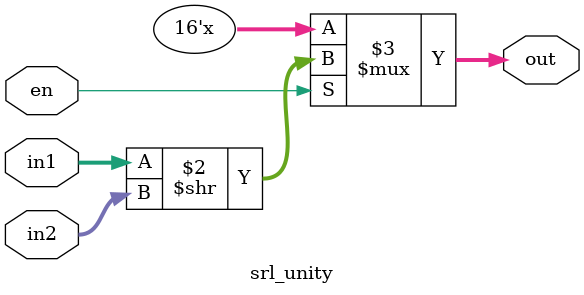
<source format=v>
module srl_unity(en, in1, in2, out);
	input en;
	input [15:0] in1, in2;
	output reg [15:0] out;
	
	always @(*) begin
		if (en)
			out <= (in1 >> in2);
	end
endmodule
</source>
